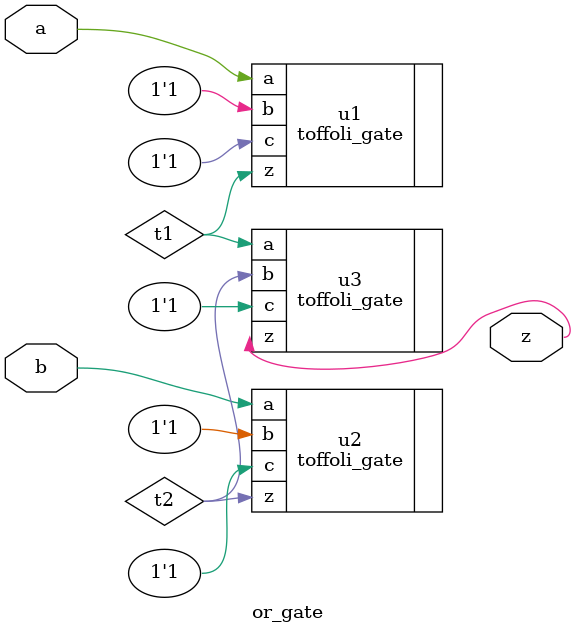
<source format=v>
`timescale 1ns / 1ps

module or_gate(output z, input a, input b);
  wire t1,t2;
  toffoli_gate u1(.z(t1), .a(a),.b(1'b1), .c(1'b1));
  toffoli_gate u2(.z(t2), .a(b), .b(1'b1), .c(1'b1));
  toffoli_gate u3(.z(z), .a(t1), .b(t2), .c(1'b1));
endmodule

</source>
